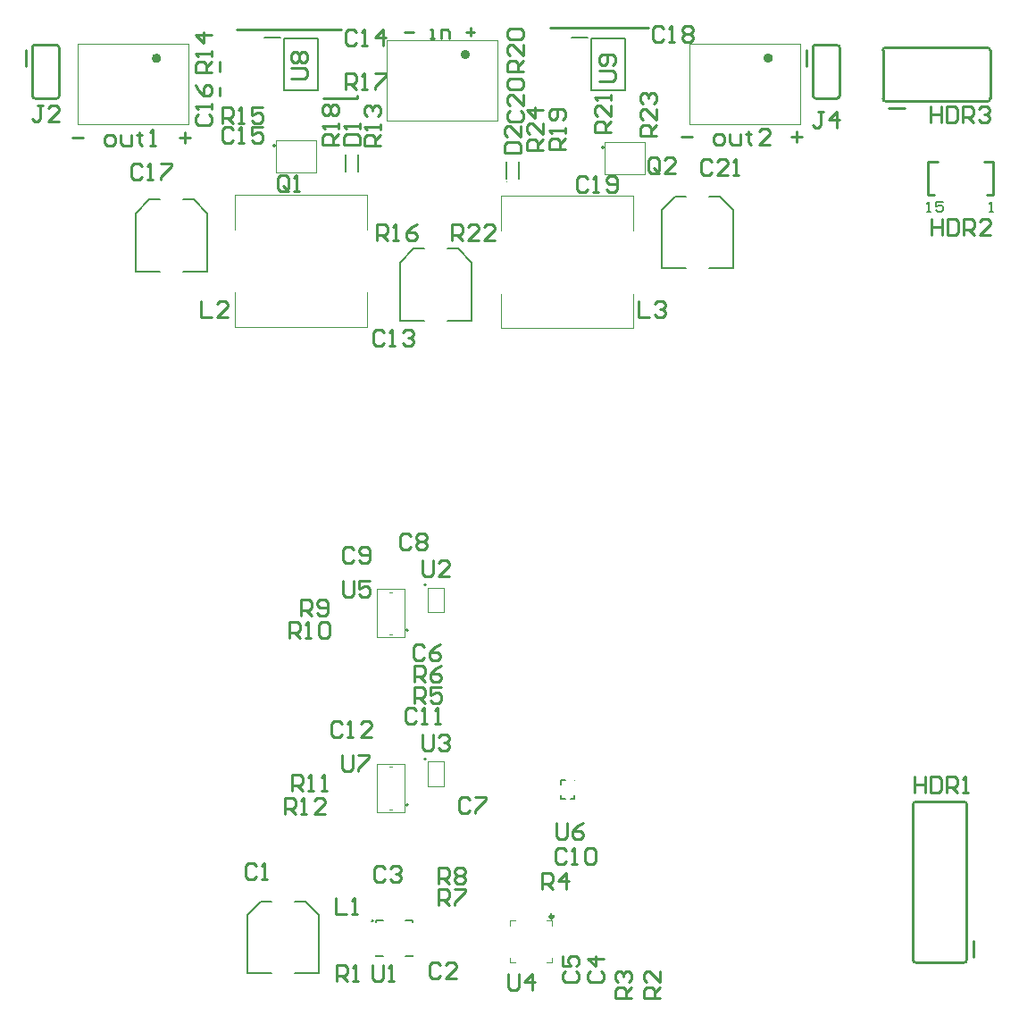
<source format=gbr>
%TF.GenerationSoftware,Altium Limited,Altium Designer,24.0.1 (36)*%
G04 Layer_Color=65535*
%FSLAX25Y25*%
%MOIN*%
%TF.SameCoordinates,D5D63520-F272-4D0B-AB48-B6EDFC209223*%
%TF.FilePolarity,Positive*%
%TF.FileFunction,Legend,Top*%
%TF.Part,Single*%
G01*
G75*
%TA.AperFunction,NonConductor*%
%ADD55C,0.00787*%
%ADD56C,0.00394*%
%ADD57C,0.01280*%
%ADD58C,0.00984*%
%ADD59C,0.01968*%
%ADD60C,0.01000*%
D55*
X166397Y100197D02*
G03*
X166397Y100985I0J394D01*
G01*
D02*
G03*
X166397Y100197I0J-394D01*
G01*
Y165385D02*
G03*
X166397Y166172I0J394D01*
G01*
D02*
G03*
X166397Y165385I0J-394D01*
G01*
X173031Y118110D02*
G03*
X173031Y117323I0J-394D01*
G01*
D02*
G03*
X173031Y118110I0J394D01*
G01*
X173031Y183071D02*
G03*
X173031Y182283I0J-394D01*
G01*
D02*
G03*
X173031Y183071I0J394D01*
G01*
X239789Y345866D02*
G03*
X239789Y345866I-394J0D01*
G01*
X117126Y346537D02*
G03*
X117126Y346537I-394J0D01*
G01*
X227717Y387028D02*
X233721D01*
X235099Y367126D02*
Y386417D01*
Y367126D02*
X247697D01*
Y386417D01*
X235099D02*
X247697D01*
X113180Y387028D02*
X119184D01*
X120562Y367126D02*
Y386417D01*
Y367126D02*
X133161D01*
Y386417D01*
X120562D02*
X133161D01*
X228913Y102775D02*
Y104350D01*
X227338Y102775D02*
X228913D01*
X223711Y102778D02*
X225286D01*
X223711D02*
Y104352D01*
X223725Y108239D02*
Y109813D01*
X225299D01*
X165702Y44061D02*
X168280D01*
X154895D02*
X157473D01*
X165702Y57447D02*
X168280D01*
X154895D02*
X157473D01*
X168280Y44061D02*
Y44651D01*
Y56856D02*
Y57447D01*
X154895Y44061D02*
Y44651D01*
Y56856D02*
Y57447D01*
X208117Y334154D02*
Y340453D01*
X203393Y334154D02*
Y340453D01*
X148031Y336778D02*
Y343077D01*
X143307Y336778D02*
Y343077D01*
X279035Y327633D02*
X282972D01*
X288090Y322515D01*
X261318D02*
X266437Y327633D01*
X270374D01*
X288090Y300861D02*
Y322515D01*
X279035Y300861D02*
X288090D01*
X261318D02*
X270374D01*
X261318D02*
Y322515D01*
X82831Y326378D02*
X86768D01*
X91886Y321260D01*
X65114D02*
X70232Y326378D01*
X74169D01*
X91886Y299606D02*
Y321260D01*
X82831Y299606D02*
X91886D01*
X65114D02*
X74169D01*
X65114D02*
Y321260D01*
X181496Y308071D02*
X185433D01*
X190551Y302953D01*
X163779D02*
X168898Y308071D01*
X172835D01*
X190551Y281299D02*
Y302953D01*
X181496Y281299D02*
X190551D01*
X163779D02*
X172835D01*
X163779D02*
Y302953D01*
X124409Y64567D02*
X128347D01*
X133465Y59449D01*
X106693D02*
X111811Y64567D01*
X115748D01*
X133465Y37795D02*
Y59449D01*
X124409Y37795D02*
X133465D01*
X106693D02*
X115748D01*
X106693D02*
Y59449D01*
X383661Y321744D02*
X384973D01*
X384317D01*
Y325680D01*
X383661Y325024D01*
X360433Y321744D02*
X361745D01*
X361089D01*
Y325680D01*
X360433Y325024D01*
X366337Y325680D02*
X363713D01*
Y323712D01*
X365025Y324368D01*
X365681D01*
X366337Y323712D01*
Y322400D01*
X365681Y321744D01*
X364369D01*
X363713Y322400D01*
D56*
X228947Y109662D02*
G03*
X228947Y109662I-197J0D01*
G01*
X239199Y345866D02*
G03*
X239592Y345866I197J0D01*
G01*
X116535Y346537D02*
G03*
X116929Y346537I197J0D01*
G01*
X203590Y332972D02*
G03*
X203590Y332972I-197J0D01*
G01*
X143504Y335596D02*
G03*
X143504Y335596I-197J0D01*
G01*
X159901Y99016D02*
X160688D01*
X159901Y114764D02*
X160688D01*
X155176Y97855D02*
Y115926D01*
X165412Y97855D02*
Y115926D01*
X155176D02*
X165412D01*
X155176Y97855D02*
X165412D01*
X159901Y164204D02*
X160688D01*
X159901Y179952D02*
X160688D01*
X155176Y163042D02*
Y181113D01*
X165412Y163042D02*
Y181113D01*
X155176D02*
X165412D01*
X155176Y163042D02*
X165412D01*
X220472Y41732D02*
Y43701D01*
X218504Y41732D02*
X220472D01*
X218504Y57480D02*
X220472D01*
Y55512D02*
Y57480D01*
X204724Y55512D02*
Y57480D01*
X206693D01*
X204724Y41732D02*
X206693D01*
X204724D02*
Y43701D01*
X174114Y107677D02*
Y116732D01*
X180217Y107677D02*
Y116732D01*
X174114D02*
X180217D01*
X174114Y107677D02*
X180217D01*
X174114Y172638D02*
Y181693D01*
X180217Y172638D02*
Y181693D01*
X174114D02*
X180217D01*
X174114Y172638D02*
X180217D01*
X239966Y348028D02*
X254966D01*
X239966Y336028D02*
X254966D01*
Y348028D01*
X239966Y336028D02*
Y348028D01*
X117303Y348698D02*
X132303D01*
X117303Y336698D02*
X132303D01*
Y348698D01*
X117303Y336698D02*
Y348698D01*
X201575Y314961D02*
Y327756D01*
X250787D01*
Y314961D02*
Y327756D01*
X201575Y278543D02*
Y291339D01*
Y278543D02*
X250787D01*
Y291339D01*
X151435Y278937D02*
Y291732D01*
X102222Y278937D02*
X151435D01*
X102222D02*
Y291732D01*
X151435Y315354D02*
Y328150D01*
X102222D02*
X151435D01*
X102222Y315354D02*
Y328150D01*
X271669Y354560D02*
X313008D01*
X271669D02*
Y384481D01*
X313008D01*
Y354560D02*
Y384481D01*
X43323Y354483D02*
X84661D01*
X43323D02*
Y384405D01*
X84661D01*
Y354483D02*
Y384405D01*
X158635Y355906D02*
X199974D01*
X158635D02*
Y385827D01*
X199974D01*
Y355906D02*
Y385827D01*
D57*
X220915Y58955D02*
G03*
X220915Y58955I-640J0D01*
G01*
D58*
X153517Y57447D02*
G03*
X153517Y57447I-197J0D01*
G01*
D59*
X301969Y379202D02*
G03*
X301969Y379202I-787J0D01*
G01*
X73622Y379125D02*
G03*
X73622Y379125I-787J0D01*
G01*
X188935Y380547D02*
G03*
X188935Y380547I-787J0D01*
G01*
D60*
X317835Y365202D02*
G03*
X318835Y364202I1000J0D01*
G01*
Y384202D02*
G03*
X317835Y383202I0J-1000D01*
G01*
X326835Y364202D02*
G03*
X327835Y365202I0J1000D01*
G01*
Y383202D02*
G03*
X326835Y384202I-1000J0D01*
G01*
X26496Y365125D02*
G03*
X27496Y364125I1000J0D01*
G01*
Y384125D02*
G03*
X26496Y383125I0J-1000D01*
G01*
X35496Y364125D02*
G03*
X36496Y365125I0J1000D01*
G01*
Y383125D02*
G03*
X35496Y384125I-1000J0D01*
G01*
X382972Y363063D02*
G03*
X383972Y364063I0J1000D01*
G01*
X343971D02*
G03*
X344971Y363063I1000J0D01*
G01*
X383972Y382063D02*
G03*
X382972Y383063I-1000J0D01*
G01*
X344971D02*
G03*
X343971Y382063I0J-1000D01*
G01*
X375236Y100772D02*
G03*
X374236Y101772I-1000J0D01*
G01*
Y41772D02*
G03*
X375236Y42772I0J1000D01*
G01*
X356236Y101772D02*
G03*
X355236Y100772I0J-1000D01*
G01*
Y42772D02*
G03*
X356236Y41772I1000J0D01*
G01*
X381693Y340445D02*
X385236D01*
Y328240D02*
Y340445D01*
X382874Y328240D02*
X385236D01*
X360827Y340445D02*
X364370D01*
X360827Y328240D02*
Y340445D01*
Y328240D02*
X363189D01*
X315335Y376202D02*
Y382202D01*
X317835Y365202D02*
Y383202D01*
X327835Y365202D02*
Y383202D01*
X318835Y384202D02*
X326835D01*
X318835Y364202D02*
X326835D01*
X23996Y376125D02*
Y382125D01*
X26496Y365125D02*
Y383125D01*
X36496Y365125D02*
Y383125D01*
X27496Y384125D02*
X35496D01*
X27496Y364125D02*
X35496D01*
X345971Y360563D02*
X351972D01*
X344971Y363063D02*
X382972D01*
X344971Y383063D02*
X382972D01*
X343971Y364063D02*
Y382063D01*
X383972Y364063D02*
Y382063D01*
X377736Y43772D02*
Y49772D01*
X375236Y42772D02*
Y100772D01*
X355236Y42772D02*
Y100772D01*
X356236Y41772D02*
X374236D01*
X356236Y101772D02*
X374236D01*
X219773Y390690D02*
X256320Y390689D01*
X147638Y364173D02*
Y365158D01*
X135039Y364173D02*
X147638Y364173D01*
X96457Y365158D02*
Y368110D01*
Y374213D02*
Y377756D01*
X102620Y389764D02*
X141732D01*
X165574Y388950D02*
X168722D01*
X175020Y386589D02*
X176594D01*
X175807D01*
Y389737D01*
X175020D01*
X178955Y386589D02*
Y389737D01*
X181317D01*
X182104Y388950D01*
Y386589D01*
X188401Y388950D02*
X191550D01*
X189976Y390525D02*
Y387376D01*
X41376Y349446D02*
X45374D01*
X54372Y346446D02*
X56371D01*
X57371Y347446D01*
Y349446D01*
X56371Y350445D01*
X54372D01*
X53372Y349446D01*
Y347446D01*
X54372Y346446D01*
X59370Y350445D02*
Y347446D01*
X60370Y346446D01*
X63369D01*
Y350445D01*
X66368Y351445D02*
Y350445D01*
X65368D01*
X67367D01*
X66368D01*
Y347446D01*
X67367Y346446D01*
X70366D02*
X72366D01*
X71366D01*
Y352445D01*
X70366Y351445D01*
X81363Y349446D02*
X85361D01*
X83362Y351445D02*
Y347446D01*
X268846Y349865D02*
X272845D01*
X281842Y346866D02*
X283841D01*
X284841Y347866D01*
Y349865D01*
X283841Y350865D01*
X281842D01*
X280842Y349865D01*
Y347866D01*
X281842Y346866D01*
X286840Y350865D02*
Y347866D01*
X287840Y346866D01*
X290839D01*
Y350865D01*
X293838Y351865D02*
Y350865D01*
X292838D01*
X294837D01*
X293838D01*
Y347866D01*
X294837Y346866D01*
X301835D02*
X297836D01*
X301835Y350865D01*
Y351865D01*
X300835Y352864D01*
X298836D01*
X297836Y351865D01*
X309833Y349865D02*
X313831D01*
X311832Y351865D02*
Y347866D01*
X217197Y344722D02*
X211199D01*
Y347721D01*
X212199Y348721D01*
X214198D01*
X215198Y347721D01*
Y344722D01*
Y346721D02*
X217197Y348721D01*
Y354719D02*
Y350720D01*
X213198Y354719D01*
X212199D01*
X211199Y353719D01*
Y351720D01*
X212199Y350720D01*
X217197Y359717D02*
X211199D01*
X214198Y356718D01*
Y360717D01*
X259319Y350270D02*
X253321D01*
Y353269D01*
X254321Y354269D01*
X256320D01*
X257320Y353269D01*
Y350270D01*
Y352270D02*
X259319Y354269D01*
Y360267D02*
Y356268D01*
X255320Y360267D01*
X254321D01*
X253321Y359267D01*
Y357268D01*
X254321Y356268D01*
Y362266D02*
X253321Y363266D01*
Y365265D01*
X254321Y366265D01*
X255320D01*
X256320Y365265D01*
Y364266D01*
Y365265D01*
X257320Y366265D01*
X258319D01*
X259319Y365265D01*
Y363266D01*
X258319Y362266D01*
X242591Y351529D02*
X236593D01*
Y354528D01*
X237593Y355527D01*
X239592D01*
X240592Y354528D01*
Y351529D01*
Y353528D02*
X242591Y355527D01*
Y361526D02*
Y357527D01*
X238593Y361526D01*
X237593D01*
X236593Y360526D01*
Y358527D01*
X237593Y357527D01*
X242591Y363525D02*
Y365524D01*
Y364525D01*
X236593D01*
X237593Y363525D01*
X225440Y345131D02*
X219442D01*
Y348130D01*
X220442Y349130D01*
X222441D01*
X223441Y348130D01*
Y345131D01*
Y347131D02*
X225440Y349130D01*
Y351129D02*
Y353129D01*
Y352129D01*
X219442D01*
X220442Y351129D01*
X224440Y356128D02*
X225440Y357127D01*
Y359127D01*
X224440Y360126D01*
X220442D01*
X219442Y359127D01*
Y357127D01*
X220442Y356128D01*
X221441D01*
X222441Y357127D01*
Y360126D01*
X140794Y346833D02*
X134796D01*
Y349832D01*
X135796Y350832D01*
X137795D01*
X138795Y349832D01*
Y346833D01*
Y348833D02*
X140794Y350832D01*
Y352831D02*
Y354831D01*
Y353831D01*
X134796D01*
X135796Y352831D01*
Y357830D02*
X134796Y358829D01*
Y360829D01*
X135796Y361828D01*
X136796D01*
X137795Y360829D01*
X138795Y361828D01*
X139795D01*
X140794Y360829D01*
Y358829D01*
X139795Y357830D01*
X138795D01*
X137795Y358829D01*
X136796Y357830D01*
X135796D01*
X137795Y358829D02*
Y360829D01*
X143290Y367626D02*
Y373624D01*
X146289D01*
X147289Y372624D01*
Y370625D01*
X146289Y369625D01*
X143290D01*
X145289D02*
X147289Y367626D01*
X149288D02*
X151287D01*
X150288D01*
Y373624D01*
X149288Y372624D01*
X154286Y373624D02*
X158285D01*
Y372624D01*
X154286Y368626D01*
Y367626D01*
X97500Y354875D02*
Y360873D01*
X100499D01*
X101499Y359873D01*
Y357874D01*
X100499Y356874D01*
X97500D01*
X99499D02*
X101499Y354875D01*
X103498D02*
X105497D01*
X104498D01*
Y360873D01*
X103498Y359873D01*
X112495Y360873D02*
X108496D01*
Y357874D01*
X110496Y358874D01*
X111495D01*
X112495Y357874D01*
Y355875D01*
X111495Y354875D01*
X109496D01*
X108496Y355875D01*
X156301Y346621D02*
X150303D01*
Y349620D01*
X151303Y350620D01*
X153302D01*
X154302Y349620D01*
Y346621D01*
Y348620D02*
X156301Y350620D01*
Y352619D02*
Y354618D01*
Y353619D01*
X150303D01*
X151303Y352619D01*
Y357617D02*
X150303Y358617D01*
Y360616D01*
X151303Y361616D01*
X152302D01*
X153302Y360616D01*
Y359617D01*
Y360616D01*
X154302Y361616D01*
X155301D01*
X156301Y360616D01*
Y358617D01*
X155301Y357617D01*
X238099Y370702D02*
X243097D01*
X244097Y371701D01*
Y373701D01*
X243097Y374700D01*
X238099D01*
X243097Y376700D02*
X244097Y377699D01*
Y379699D01*
X243097Y380698D01*
X239098D01*
X238099Y379699D01*
Y377699D01*
X239098Y376700D01*
X240098D01*
X241098Y377699D01*
Y380698D01*
X122985Y371602D02*
X127984D01*
X128983Y372601D01*
Y374601D01*
X127984Y375600D01*
X122985D01*
X123985Y377600D02*
X122985Y378599D01*
Y380599D01*
X123985Y381598D01*
X124985D01*
X125984Y380599D01*
X126984Y381598D01*
X127984D01*
X128983Y380599D01*
Y378599D01*
X127984Y377600D01*
X126984D01*
X125984Y378599D01*
X124985Y377600D01*
X123985D01*
X125984Y378599D02*
Y380599D01*
X142246Y119141D02*
Y114142D01*
X143246Y113143D01*
X145245D01*
X146245Y114142D01*
Y119141D01*
X148244D02*
X152243D01*
Y118141D01*
X148244Y114142D01*
Y113143D01*
X222098Y94029D02*
Y89031D01*
X223097Y88031D01*
X225097D01*
X226097Y89031D01*
Y94029D01*
X232095D02*
X230095Y93029D01*
X228096Y91030D01*
Y89031D01*
X229096Y88031D01*
X231095D01*
X232095Y89031D01*
Y90030D01*
X231095Y91030D01*
X228096D01*
X142496Y184101D02*
Y179103D01*
X143496Y178103D01*
X145495D01*
X146495Y179103D01*
Y184101D01*
X152493D02*
X148494D01*
Y181102D01*
X150493Y182102D01*
X151493D01*
X152493Y181102D01*
Y179103D01*
X151493Y178103D01*
X149494D01*
X148494Y179103D01*
X204137Y37371D02*
Y32372D01*
X205137Y31373D01*
X207136D01*
X208136Y32372D01*
Y37371D01*
X213134Y31373D02*
Y37371D01*
X210135Y34372D01*
X214134D01*
X172167Y127015D02*
Y122016D01*
X173167Y121017D01*
X175166D01*
X176166Y122016D01*
Y127015D01*
X178165Y126015D02*
X179165Y127015D01*
X181164D01*
X182164Y126015D01*
Y125015D01*
X181164Y124016D01*
X180164D01*
X181164D01*
X182164Y123016D01*
Y122016D01*
X181164Y121017D01*
X179165D01*
X178165Y122016D01*
X172167Y191948D02*
Y186950D01*
X173167Y185950D01*
X175166D01*
X176166Y186950D01*
Y191948D01*
X182164Y185950D02*
X178165D01*
X182164Y189948D01*
Y190948D01*
X181164Y191948D01*
X179165D01*
X178165Y190948D01*
X153482Y40794D02*
Y35796D01*
X154481Y34796D01*
X156481D01*
X157480Y35796D01*
Y40794D01*
X159480Y34796D02*
X161479D01*
X160479D01*
Y40794D01*
X159480Y39795D01*
X183166Y311242D02*
Y317240D01*
X186165D01*
X187165Y316240D01*
Y314241D01*
X186165Y313241D01*
X183166D01*
X185166D02*
X187165Y311242D01*
X193163D02*
X189164D01*
X193163Y315240D01*
Y316240D01*
X192163Y317240D01*
X190164D01*
X189164Y316240D01*
X199161Y311242D02*
X195162D01*
X199161Y315240D01*
Y316240D01*
X198161Y317240D01*
X196162D01*
X195162Y316240D01*
X209692Y374306D02*
X203694D01*
Y377305D01*
X204694Y378304D01*
X206693D01*
X207693Y377305D01*
Y374306D01*
Y376305D02*
X209692Y378304D01*
Y384302D02*
Y380304D01*
X205693Y384302D01*
X204694D01*
X203694Y383303D01*
Y381304D01*
X204694Y380304D01*
Y386302D02*
X203694Y387301D01*
Y389301D01*
X204694Y390301D01*
X208692D01*
X209692Y389301D01*
Y387301D01*
X208692Y386302D01*
X204694D01*
X155128Y311242D02*
Y317240D01*
X158127D01*
X159127Y316240D01*
Y314241D01*
X158127Y313241D01*
X155128D01*
X157128D02*
X159127Y311242D01*
X161126D02*
X163126D01*
X162126D01*
Y317240D01*
X161126Y316240D01*
X170124Y317240D02*
X168124Y316240D01*
X166125Y314241D01*
Y312241D01*
X167124Y311242D01*
X169124D01*
X170124Y312241D01*
Y313241D01*
X169124Y314241D01*
X166125D01*
X93550Y373920D02*
X87552D01*
Y376919D01*
X88552Y377918D01*
X90551D01*
X91551Y376919D01*
Y373920D01*
Y375919D02*
X93550Y377918D01*
Y379918D02*
Y381917D01*
Y380918D01*
X87552D01*
X88552Y379918D01*
X93550Y387915D02*
X87552D01*
X90551Y384916D01*
Y388915D01*
X120849Y97198D02*
Y103196D01*
X123848D01*
X124848Y102197D01*
Y100197D01*
X123848Y99198D01*
X120849D01*
X122848D02*
X124848Y97198D01*
X126847D02*
X128846D01*
X127847D01*
Y103196D01*
X126847Y102197D01*
X135844Y97198D02*
X131845D01*
X135844Y101197D01*
Y102197D01*
X134844Y103196D01*
X132845D01*
X131845Y102197D01*
X123423Y105964D02*
Y111962D01*
X126422D01*
X127422Y110962D01*
Y108963D01*
X126422Y107963D01*
X123423D01*
X125423D02*
X127422Y105964D01*
X129421D02*
X131421D01*
X130421D01*
Y111962D01*
X129421Y110962D01*
X134420Y105964D02*
X136419D01*
X135419D01*
Y111962D01*
X134420Y110962D01*
X122424Y162732D02*
Y168730D01*
X125423D01*
X126422Y167731D01*
Y165731D01*
X125423Y164732D01*
X122424D01*
X124423D02*
X126422Y162732D01*
X128422D02*
X130421D01*
X129421D01*
Y168730D01*
X128422Y167731D01*
X133420D02*
X134420Y168730D01*
X136419D01*
X137419Y167731D01*
Y163732D01*
X136419Y162732D01*
X134420D01*
X133420Y163732D01*
Y167731D01*
X126891Y171197D02*
Y177195D01*
X129890D01*
X130890Y176195D01*
Y174196D01*
X129890Y173196D01*
X126891D01*
X128891D02*
X130890Y171197D01*
X132889Y172196D02*
X133889Y171197D01*
X135889D01*
X136888Y172196D01*
Y176195D01*
X135889Y177195D01*
X133889D01*
X132889Y176195D01*
Y175196D01*
X133889Y174196D01*
X136888D01*
X177950Y71074D02*
Y77072D01*
X180949D01*
X181949Y76072D01*
Y74073D01*
X180949Y73073D01*
X177950D01*
X179950D02*
X181949Y71074D01*
X183949Y76072D02*
X184948Y77072D01*
X186948D01*
X187947Y76072D01*
Y75073D01*
X186948Y74073D01*
X187947Y73073D01*
Y72074D01*
X186948Y71074D01*
X184948D01*
X183949Y72074D01*
Y73073D01*
X184948Y74073D01*
X183949Y75073D01*
Y76072D01*
X184948Y74073D02*
X186948D01*
X177950Y63141D02*
Y69139D01*
X180949D01*
X181949Y68139D01*
Y66140D01*
X180949Y65140D01*
X177950D01*
X179950D02*
X181949Y63141D01*
X183949Y69139D02*
X187947D01*
Y68139D01*
X183949Y64141D01*
Y63141D01*
X169089Y146515D02*
Y152513D01*
X172088D01*
X173088Y151513D01*
Y149514D01*
X172088Y148514D01*
X169089D01*
X171089D02*
X173088Y146515D01*
X179086Y152513D02*
X177087Y151513D01*
X175087Y149514D01*
Y147514D01*
X176087Y146515D01*
X178086D01*
X179086Y147514D01*
Y148514D01*
X178086Y149514D01*
X175087D01*
X169089Y138582D02*
Y144580D01*
X172088D01*
X173088Y143580D01*
Y141581D01*
X172088Y140581D01*
X169089D01*
X171089D02*
X173088Y138582D01*
X179086Y144580D02*
X175087D01*
Y141581D01*
X177087Y142581D01*
X178086D01*
X179086Y141581D01*
Y139582D01*
X178086Y138582D01*
X176087D01*
X175087Y139582D01*
X216704Y69302D02*
Y75300D01*
X219703D01*
X220703Y74301D01*
Y72301D01*
X219703Y71302D01*
X216704D01*
X218703D02*
X220703Y69302D01*
X225701D02*
Y75300D01*
X222702Y72301D01*
X226701D01*
X250057Y28466D02*
X244059D01*
Y31465D01*
X245059Y32465D01*
X247058D01*
X248058Y31465D01*
Y28466D01*
Y30465D02*
X250057Y32465D01*
X245059Y34464D02*
X244059Y35464D01*
Y37463D01*
X245059Y38463D01*
X246059D01*
X247058Y37463D01*
Y36464D01*
Y37463D01*
X248058Y38463D01*
X249058D01*
X250057Y37463D01*
Y35464D01*
X249058Y34464D01*
X260873Y28466D02*
X254875D01*
Y31465D01*
X255875Y32465D01*
X257874D01*
X258874Y31465D01*
Y28466D01*
Y30465D02*
X260873Y32465D01*
Y38463D02*
Y34464D01*
X256874Y38463D01*
X255875D01*
X254875Y37463D01*
Y35464D01*
X255875Y34464D01*
X140261Y34796D02*
Y40794D01*
X143260D01*
X144260Y39795D01*
Y37795D01*
X143260Y36796D01*
X140261D01*
X142261D02*
X144260Y34796D01*
X146259D02*
X148259D01*
X147259D01*
Y40794D01*
X146259Y39795D01*
X260319Y337317D02*
Y341316D01*
X259319Y342316D01*
X257320D01*
X256320Y341316D01*
Y337317D01*
X257320Y336318D01*
X259319D01*
X258319Y338317D02*
X260319Y336318D01*
X259319D02*
X260319Y337317D01*
X266317Y336318D02*
X262318D01*
X266317Y340317D01*
Y341316D01*
X265317Y342316D01*
X263318D01*
X262318Y341316D01*
X122047Y330678D02*
Y334677D01*
X121048Y335676D01*
X119048D01*
X118049Y334677D01*
Y330678D01*
X119048Y329678D01*
X121048D01*
X120048Y331678D02*
X122047Y329678D01*
X121048D02*
X122047Y330678D01*
X124047Y329678D02*
X126046D01*
X125046D01*
Y335676D01*
X124047Y334677D01*
X252876Y288432D02*
Y282434D01*
X256874D01*
X258874Y287432D02*
X259873Y288432D01*
X261873D01*
X262872Y287432D01*
Y286433D01*
X261873Y285433D01*
X260873D01*
X261873D01*
X262872Y284433D01*
Y283434D01*
X261873Y282434D01*
X259873D01*
X258874Y283434D01*
X89490Y288432D02*
Y282434D01*
X93489D01*
X99487D02*
X95488D01*
X99487Y286433D01*
Y287432D01*
X98487Y288432D01*
X96487D01*
X95488Y287432D01*
X139899Y65794D02*
Y59796D01*
X143898D01*
X145897D02*
X147897D01*
X146897D01*
Y65794D01*
X145897Y64795D01*
X321835Y359298D02*
X319836D01*
X320835D01*
Y354300D01*
X319836Y353300D01*
X318836D01*
X317836Y354300D01*
X326833Y353300D02*
Y359298D01*
X323834Y356299D01*
X327833D01*
X30496Y361566D02*
X28497D01*
X29497D01*
Y356568D01*
X28497Y355568D01*
X27497D01*
X26498Y356568D01*
X36494Y355568D02*
X32496D01*
X36494Y359567D01*
Y360566D01*
X35495Y361566D01*
X33495D01*
X32496Y360566D01*
X361842Y361267D02*
Y355269D01*
Y358268D01*
X365841D01*
Y361267D01*
Y355269D01*
X367840Y361267D02*
Y355269D01*
X370839D01*
X371839Y356268D01*
Y360267D01*
X370839Y361267D01*
X367840D01*
X373838Y355269D02*
Y361267D01*
X376837D01*
X377837Y360267D01*
Y358268D01*
X376837Y357268D01*
X373838D01*
X375837D02*
X377837Y355269D01*
X379836Y360267D02*
X380836Y361267D01*
X382835D01*
X383835Y360267D01*
Y359267D01*
X382835Y358268D01*
X381835D01*
X382835D01*
X383835Y357268D01*
Y356268D01*
X382835Y355269D01*
X380836D01*
X379836Y356268D01*
X361990Y319215D02*
Y313216D01*
Y316215D01*
X365988D01*
Y319215D01*
Y313216D01*
X367988Y319215D02*
Y313216D01*
X370987D01*
X371987Y314216D01*
Y318215D01*
X370987Y319215D01*
X367988D01*
X373986Y313216D02*
Y319215D01*
X376985D01*
X377985Y318215D01*
Y316215D01*
X376985Y315216D01*
X373986D01*
X375985D02*
X377985Y313216D01*
X383983D02*
X379984D01*
X383983Y317215D01*
Y318215D01*
X382983Y319215D01*
X380984D01*
X379984Y318215D01*
X355700Y111298D02*
Y105300D01*
Y108299D01*
X359699D01*
Y111298D01*
Y105300D01*
X361698Y111298D02*
Y105300D01*
X364697D01*
X365697Y106300D01*
Y110298D01*
X364697Y111298D01*
X361698D01*
X367696Y105300D02*
Y111298D01*
X370695D01*
X371695Y110298D01*
Y108299D01*
X370695Y107299D01*
X367696D01*
X369695D02*
X371695Y105300D01*
X373694D02*
X375693D01*
X374694D01*
Y111298D01*
X373694Y110298D01*
X202756Y343977D02*
X208754D01*
Y346976D01*
X207754Y347976D01*
X203756D01*
X202756Y346976D01*
Y343977D01*
X208754Y353974D02*
Y349975D01*
X204755Y353974D01*
X203756D01*
X202756Y352974D01*
Y350975D01*
X203756Y349975D01*
X142670Y346807D02*
X148668D01*
Y349806D01*
X147669Y350806D01*
X143670D01*
X142670Y349806D01*
Y346807D01*
X148668Y352805D02*
Y354805D01*
Y353805D01*
X142670D01*
X143670Y352805D01*
X279973Y340635D02*
X278973Y341635D01*
X276974D01*
X275974Y340635D01*
Y336636D01*
X276974Y335637D01*
X278973D01*
X279973Y336636D01*
X285971Y335637D02*
X281972D01*
X285971Y339635D01*
Y340635D01*
X284971Y341635D01*
X282972D01*
X281972Y340635D01*
X287970Y335637D02*
X289970D01*
X288970D01*
Y341635D01*
X287970Y340635D01*
X204694Y359600D02*
X203694Y358601D01*
Y356601D01*
X204694Y355602D01*
X208692D01*
X209692Y356601D01*
Y358601D01*
X208692Y359600D01*
X209692Y365598D02*
Y361600D01*
X205693Y365598D01*
X204694D01*
X203694Y364599D01*
Y362599D01*
X204694Y361600D01*
Y367598D02*
X203694Y368597D01*
Y370597D01*
X204694Y371596D01*
X208692D01*
X209692Y370597D01*
Y368597D01*
X208692Y367598D01*
X204694D01*
X233859Y334349D02*
X232860Y335349D01*
X230860D01*
X229861Y334349D01*
Y330350D01*
X230860Y329351D01*
X232860D01*
X233859Y330350D01*
X235859Y329351D02*
X237858D01*
X236859D01*
Y335349D01*
X235859Y334349D01*
X240857Y330350D02*
X241857Y329351D01*
X243856D01*
X244856Y330350D01*
Y334349D01*
X243856Y335349D01*
X241857D01*
X240857Y334349D01*
Y333349D01*
X241857Y332350D01*
X244856D01*
X262249Y390208D02*
X261249Y391208D01*
X259250D01*
X258250Y390208D01*
Y386209D01*
X259250Y385210D01*
X261249D01*
X262249Y386209D01*
X264248Y385210D02*
X266248D01*
X265248D01*
Y391208D01*
X264248Y390208D01*
X269247D02*
X270247Y391208D01*
X272246D01*
X273246Y390208D01*
Y389208D01*
X272246Y388209D01*
X273246Y387209D01*
Y386209D01*
X272246Y385210D01*
X270247D01*
X269247Y386209D01*
Y387209D01*
X270247Y388209D01*
X269247Y389208D01*
Y390208D01*
X270247Y388209D02*
X272246D01*
X67367Y338909D02*
X66368Y339909D01*
X64368D01*
X63369Y338909D01*
Y334910D01*
X64368Y333910D01*
X66368D01*
X67367Y334910D01*
X69367Y333910D02*
X71366D01*
X70366D01*
Y339909D01*
X69367Y338909D01*
X74365Y339909D02*
X78364D01*
Y338909D01*
X74365Y334910D01*
Y333910D01*
X88552Y358115D02*
X87552Y357116D01*
Y355116D01*
X88552Y354117D01*
X92550D01*
X93550Y355116D01*
Y357116D01*
X92550Y358115D01*
X93550Y360115D02*
Y362114D01*
Y361114D01*
X87552D01*
X88552Y360115D01*
X87552Y369112D02*
X88552Y367112D01*
X90551Y365113D01*
X92550D01*
X93550Y366113D01*
Y368112D01*
X92550Y369112D01*
X91551D01*
X90551Y368112D01*
Y365113D01*
X101499Y352393D02*
X100499Y353393D01*
X98500D01*
X97500Y352393D01*
Y348394D01*
X98500Y347395D01*
X100499D01*
X101499Y348394D01*
X103498Y347395D02*
X105497D01*
X104498D01*
Y353393D01*
X103498Y352393D01*
X112495Y353393D02*
X108496D01*
Y350394D01*
X110496Y351393D01*
X111495D01*
X112495Y350394D01*
Y348394D01*
X111495Y347395D01*
X109496D01*
X108496Y348394D01*
X147289Y389027D02*
X146289Y390027D01*
X144290D01*
X143290Y389027D01*
Y385028D01*
X144290Y384029D01*
X146289D01*
X147289Y385028D01*
X149288Y384029D02*
X151287D01*
X150288D01*
Y390027D01*
X149288Y389027D01*
X157285Y384029D02*
Y390027D01*
X154286Y387028D01*
X158285D01*
X157919Y276999D02*
X156919Y277999D01*
X154919D01*
X153920Y276999D01*
Y273001D01*
X154919Y272001D01*
X156919D01*
X157919Y273001D01*
X159918Y272001D02*
X161917D01*
X160917D01*
Y277999D01*
X159918Y276999D01*
X164916D02*
X165916Y277999D01*
X167915D01*
X168915Y276999D01*
Y276000D01*
X167915Y275000D01*
X166916D01*
X167915D01*
X168915Y274000D01*
Y273001D01*
X167915Y272001D01*
X165916D01*
X164916Y273001D01*
X142171Y130788D02*
X141171Y131788D01*
X139172D01*
X138172Y130788D01*
Y126789D01*
X139172Y125790D01*
X141171D01*
X142171Y126789D01*
X144170Y125790D02*
X146169D01*
X145170D01*
Y131788D01*
X144170Y130788D01*
X153167Y125790D02*
X149168D01*
X153167Y129788D01*
Y130788D01*
X152167Y131788D01*
X150168D01*
X149168Y130788D01*
X169668Y135858D02*
X168668Y136857D01*
X166669D01*
X165669Y135858D01*
Y131859D01*
X166669Y130859D01*
X168668D01*
X169668Y131859D01*
X171667Y130859D02*
X173667D01*
X172667D01*
Y136857D01*
X171667Y135858D01*
X176665Y130859D02*
X178665D01*
X177665D01*
Y136857D01*
X176665Y135858D01*
X225861Y83545D02*
X224861Y84544D01*
X222862D01*
X221862Y83545D01*
Y79546D01*
X222862Y78546D01*
X224861D01*
X225861Y79546D01*
X227860Y78546D02*
X229860D01*
X228860D01*
Y84544D01*
X227860Y83545D01*
X232859D02*
X233858Y84544D01*
X235858D01*
X236858Y83545D01*
Y79546D01*
X235858Y78546D01*
X233858D01*
X232859Y79546D01*
Y83545D01*
X146495Y195976D02*
X145495Y196975D01*
X143496D01*
X142496Y195976D01*
Y191977D01*
X143496Y190977D01*
X145495D01*
X146495Y191977D01*
X148494D02*
X149494Y190977D01*
X151493D01*
X152493Y191977D01*
Y195976D01*
X151493Y196975D01*
X149494D01*
X148494Y195976D01*
Y194976D01*
X149494Y193976D01*
X152493D01*
X167759Y200818D02*
X166760Y201818D01*
X164760D01*
X163760Y200818D01*
Y196820D01*
X164760Y195820D01*
X166760D01*
X167759Y196820D01*
X169758Y200818D02*
X170758Y201818D01*
X172758D01*
X173757Y200818D01*
Y199819D01*
X172758Y198819D01*
X173757Y197819D01*
Y196820D01*
X172758Y195820D01*
X170758D01*
X169758Y196820D01*
Y197819D01*
X170758Y198819D01*
X169758Y199819D01*
Y200818D01*
X170758Y198819D02*
X172758D01*
X189748Y102543D02*
X188749Y103543D01*
X186749D01*
X185750Y102543D01*
Y98544D01*
X186749Y97545D01*
X188749D01*
X189748Y98544D01*
X191748Y103543D02*
X195746D01*
Y102543D01*
X191748Y98544D01*
Y97545D01*
X172900Y159480D02*
X171901Y160479D01*
X169901D01*
X168902Y159480D01*
Y155481D01*
X169901Y154481D01*
X171901D01*
X172900Y155481D01*
X178898Y160479D02*
X176899Y159480D01*
X174900Y157480D01*
Y155481D01*
X175899Y154481D01*
X177899D01*
X178898Y155481D01*
Y156481D01*
X177899Y157480D01*
X174900D01*
X225339Y38370D02*
X224339Y37371D01*
Y35371D01*
X225339Y34372D01*
X229338D01*
X230337Y35371D01*
Y37371D01*
X229338Y38370D01*
X224339Y44368D02*
Y40370D01*
X227338D01*
X226338Y42369D01*
Y43369D01*
X227338Y44368D01*
X229338D01*
X230337Y43369D01*
Y41369D01*
X229338Y40370D01*
X234711Y38370D02*
X233711Y37371D01*
Y35371D01*
X234711Y34372D01*
X238709D01*
X239709Y35371D01*
Y37371D01*
X238709Y38370D01*
X239709Y43369D02*
X233711D01*
X236710Y40370D01*
Y44368D01*
X158099Y76798D02*
X157099Y77798D01*
X155100D01*
X154100Y76798D01*
Y72800D01*
X155100Y71800D01*
X157099D01*
X158099Y72800D01*
X160098Y76798D02*
X161098Y77798D01*
X163097D01*
X164097Y76798D01*
Y75799D01*
X163097Y74799D01*
X162097D01*
X163097D01*
X164097Y73799D01*
Y72800D01*
X163097Y71800D01*
X161098D01*
X160098Y72800D01*
X178626Y40850D02*
X177627Y41849D01*
X175627D01*
X174628Y40850D01*
Y36851D01*
X175627Y35851D01*
X177627D01*
X178626Y36851D01*
X184624Y35851D02*
X180626D01*
X184624Y39850D01*
Y40850D01*
X183625Y41849D01*
X181625D01*
X180626Y40850D01*
X110236Y77844D02*
X109237Y78844D01*
X107237D01*
X106237Y77844D01*
Y73845D01*
X107237Y72846D01*
X109237D01*
X110236Y73845D01*
X112236Y72846D02*
X114235D01*
X113235D01*
Y78844D01*
X112236Y77844D01*
%TF.MD5,546874d53d600dc0dfd374ddb91bcf0a*%
M02*

</source>
